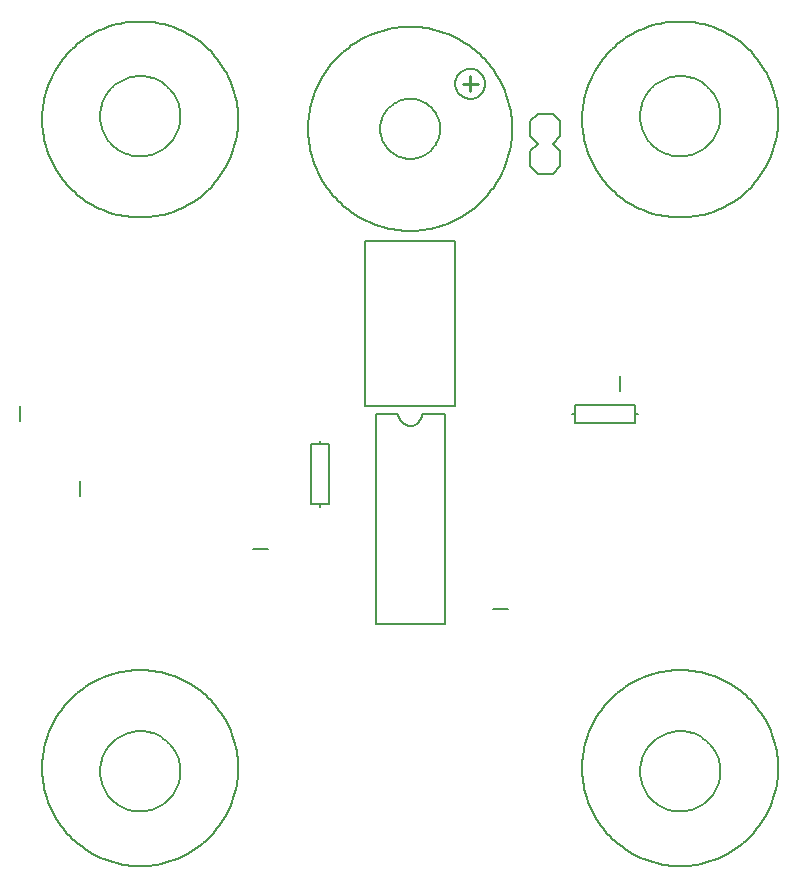
<source format=gto>
G75*
%MOIN*%
%OFA0B0*%
%FSLAX24Y24*%
%IPPOS*%
%LPD*%
%AMOC8*
5,1,8,0,0,1.08239X$1,22.5*
%
%ADD10C,0.0060*%
%ADD11C,0.0080*%
%ADD12C,0.0050*%
%ADD13C,0.0100*%
D10*
X014200Y012000D02*
X016500Y012000D01*
X016500Y019000D01*
X015750Y019000D01*
X015748Y018961D01*
X015742Y018922D01*
X015733Y018884D01*
X015720Y018847D01*
X015703Y018811D01*
X015683Y018778D01*
X015659Y018746D01*
X015633Y018717D01*
X015604Y018691D01*
X015572Y018667D01*
X015539Y018647D01*
X015503Y018630D01*
X015466Y018617D01*
X015428Y018608D01*
X015389Y018602D01*
X015350Y018600D01*
X015311Y018602D01*
X015272Y018608D01*
X015234Y018617D01*
X015197Y018630D01*
X015161Y018647D01*
X015128Y018667D01*
X015096Y018691D01*
X015067Y018717D01*
X015041Y018746D01*
X015017Y018778D01*
X014997Y018811D01*
X014980Y018847D01*
X014967Y018884D01*
X014958Y018922D01*
X014952Y018961D01*
X014950Y019000D01*
X014200Y019000D01*
X014200Y012000D01*
X014350Y028500D02*
X014352Y028563D01*
X014358Y028625D01*
X014368Y028687D01*
X014381Y028749D01*
X014399Y028809D01*
X014420Y028868D01*
X014445Y028926D01*
X014474Y028982D01*
X014506Y029036D01*
X014541Y029088D01*
X014579Y029137D01*
X014621Y029185D01*
X014665Y029229D01*
X014713Y029271D01*
X014762Y029309D01*
X014814Y029344D01*
X014868Y029376D01*
X014924Y029405D01*
X014982Y029430D01*
X015041Y029451D01*
X015101Y029469D01*
X015163Y029482D01*
X015225Y029492D01*
X015287Y029498D01*
X015350Y029500D01*
X015413Y029498D01*
X015475Y029492D01*
X015537Y029482D01*
X015599Y029469D01*
X015659Y029451D01*
X015718Y029430D01*
X015776Y029405D01*
X015832Y029376D01*
X015886Y029344D01*
X015938Y029309D01*
X015987Y029271D01*
X016035Y029229D01*
X016079Y029185D01*
X016121Y029137D01*
X016159Y029088D01*
X016194Y029036D01*
X016226Y028982D01*
X016255Y028926D01*
X016280Y028868D01*
X016301Y028809D01*
X016319Y028749D01*
X016332Y028687D01*
X016342Y028625D01*
X016348Y028563D01*
X016350Y028500D01*
X016348Y028437D01*
X016342Y028375D01*
X016332Y028313D01*
X016319Y028251D01*
X016301Y028191D01*
X016280Y028132D01*
X016255Y028074D01*
X016226Y028018D01*
X016194Y027964D01*
X016159Y027912D01*
X016121Y027863D01*
X016079Y027815D01*
X016035Y027771D01*
X015987Y027729D01*
X015938Y027691D01*
X015886Y027656D01*
X015832Y027624D01*
X015776Y027595D01*
X015718Y027570D01*
X015659Y027549D01*
X015599Y027531D01*
X015537Y027518D01*
X015475Y027508D01*
X015413Y027502D01*
X015350Y027500D01*
X015287Y027502D01*
X015225Y027508D01*
X015163Y027518D01*
X015101Y027531D01*
X015041Y027549D01*
X014982Y027570D01*
X014924Y027595D01*
X014868Y027624D01*
X014814Y027656D01*
X014762Y027691D01*
X014713Y027729D01*
X014665Y027771D01*
X014621Y027815D01*
X014579Y027863D01*
X014541Y027912D01*
X014506Y027964D01*
X014474Y028018D01*
X014445Y028074D01*
X014420Y028132D01*
X014399Y028191D01*
X014381Y028251D01*
X014368Y028313D01*
X014358Y028375D01*
X014352Y028437D01*
X014350Y028500D01*
X016850Y030000D02*
X016852Y030044D01*
X016858Y030088D01*
X016868Y030131D01*
X016881Y030173D01*
X016898Y030214D01*
X016919Y030253D01*
X016943Y030290D01*
X016970Y030325D01*
X017000Y030357D01*
X017033Y030387D01*
X017069Y030413D01*
X017106Y030437D01*
X017146Y030456D01*
X017187Y030473D01*
X017230Y030485D01*
X017273Y030494D01*
X017317Y030499D01*
X017361Y030500D01*
X017405Y030497D01*
X017449Y030490D01*
X017492Y030479D01*
X017534Y030465D01*
X017574Y030447D01*
X017613Y030425D01*
X017649Y030401D01*
X017683Y030373D01*
X017715Y030342D01*
X017744Y030308D01*
X017770Y030272D01*
X017792Y030234D01*
X017811Y030194D01*
X017826Y030152D01*
X017838Y030110D01*
X017846Y030066D01*
X017850Y030022D01*
X017850Y029978D01*
X017846Y029934D01*
X017838Y029890D01*
X017826Y029848D01*
X017811Y029806D01*
X017792Y029766D01*
X017770Y029728D01*
X017744Y029692D01*
X017715Y029658D01*
X017683Y029627D01*
X017649Y029599D01*
X017613Y029575D01*
X017574Y029553D01*
X017534Y029535D01*
X017492Y029521D01*
X017449Y029510D01*
X017405Y029503D01*
X017361Y029500D01*
X017317Y029501D01*
X017273Y029506D01*
X017230Y029515D01*
X017187Y029527D01*
X017146Y029544D01*
X017106Y029563D01*
X017069Y029587D01*
X017033Y029613D01*
X017000Y029643D01*
X016970Y029675D01*
X016943Y029710D01*
X016919Y029747D01*
X016898Y029786D01*
X016881Y029827D01*
X016868Y029869D01*
X016858Y029912D01*
X016852Y029956D01*
X016850Y030000D01*
D11*
X019350Y028750D02*
X019350Y028250D01*
X019600Y028000D01*
X019350Y027750D01*
X019350Y027250D01*
X019600Y027000D01*
X020100Y027000D01*
X020350Y027250D01*
X020350Y027750D01*
X020100Y028000D01*
X020350Y028250D01*
X020350Y028750D01*
X020100Y029000D01*
X019600Y029000D01*
X019350Y028750D01*
X016850Y024750D02*
X016850Y019250D01*
X013850Y019250D01*
X013850Y024750D01*
X016850Y024750D01*
X020850Y019300D02*
X022850Y019300D01*
X022850Y019000D01*
X022950Y019000D01*
X022850Y019000D02*
X022850Y018700D01*
X020850Y018700D01*
X020850Y019000D01*
X020750Y019000D01*
X020850Y019000D02*
X020850Y019300D01*
X022350Y019750D02*
X022350Y020250D01*
X018600Y012500D02*
X018100Y012500D01*
X012650Y016000D02*
X012350Y016000D01*
X012350Y015900D01*
X012350Y016000D02*
X012050Y016000D01*
X012050Y018000D01*
X012350Y018000D01*
X012350Y018100D01*
X012350Y018000D02*
X012650Y018000D01*
X012650Y016000D01*
X010600Y014500D02*
X010100Y014500D01*
X004350Y016250D02*
X004350Y016750D01*
X002350Y018750D02*
X002350Y019250D01*
D12*
X005011Y007083D02*
X005013Y007156D01*
X005019Y007229D01*
X005029Y007301D01*
X005043Y007373D01*
X005061Y007444D01*
X005082Y007514D01*
X005108Y007583D01*
X005137Y007650D01*
X005170Y007715D01*
X005206Y007779D01*
X005246Y007840D01*
X005289Y007899D01*
X005335Y007956D01*
X005384Y008010D01*
X005436Y008062D01*
X005491Y008110D01*
X005548Y008155D01*
X005608Y008198D01*
X005670Y008236D01*
X005734Y008272D01*
X005800Y008304D01*
X005867Y008332D01*
X005936Y008356D01*
X006006Y008377D01*
X006078Y008394D01*
X006150Y008407D01*
X006222Y008416D01*
X006295Y008421D01*
X006368Y008422D01*
X006441Y008419D01*
X006514Y008412D01*
X006587Y008401D01*
X006658Y008386D01*
X006729Y008367D01*
X006798Y008345D01*
X006867Y008318D01*
X006933Y008288D01*
X006998Y008255D01*
X007061Y008217D01*
X007122Y008177D01*
X007181Y008133D01*
X007237Y008086D01*
X007290Y008036D01*
X007341Y007983D01*
X007389Y007928D01*
X007433Y007870D01*
X007475Y007810D01*
X007513Y007747D01*
X007547Y007683D01*
X007578Y007616D01*
X007605Y007549D01*
X007629Y007479D01*
X007649Y007409D01*
X007665Y007337D01*
X007677Y007265D01*
X007685Y007193D01*
X007689Y007120D01*
X007689Y007046D01*
X007685Y006973D01*
X007677Y006901D01*
X007665Y006829D01*
X007649Y006757D01*
X007629Y006687D01*
X007605Y006617D01*
X007578Y006550D01*
X007547Y006483D01*
X007513Y006419D01*
X007475Y006356D01*
X007433Y006296D01*
X007389Y006238D01*
X007341Y006183D01*
X007290Y006130D01*
X007237Y006080D01*
X007181Y006033D01*
X007122Y005989D01*
X007061Y005949D01*
X006998Y005911D01*
X006933Y005878D01*
X006867Y005848D01*
X006798Y005821D01*
X006729Y005799D01*
X006658Y005780D01*
X006587Y005765D01*
X006514Y005754D01*
X006441Y005747D01*
X006368Y005744D01*
X006295Y005745D01*
X006222Y005750D01*
X006150Y005759D01*
X006078Y005772D01*
X006006Y005789D01*
X005936Y005810D01*
X005867Y005834D01*
X005800Y005862D01*
X005734Y005894D01*
X005670Y005930D01*
X005608Y005968D01*
X005548Y006011D01*
X005491Y006056D01*
X005436Y006104D01*
X005384Y006156D01*
X005335Y006210D01*
X005289Y006267D01*
X005246Y006326D01*
X005206Y006387D01*
X005170Y006451D01*
X005137Y006516D01*
X005108Y006583D01*
X005082Y006652D01*
X005061Y006722D01*
X005043Y006793D01*
X005029Y006865D01*
X005019Y006937D01*
X005013Y007010D01*
X005011Y007083D01*
X003085Y007189D02*
X003087Y007303D01*
X003093Y007417D01*
X003103Y007530D01*
X003117Y007643D01*
X003135Y007756D01*
X003156Y007868D01*
X003182Y007979D01*
X003211Y008089D01*
X003245Y008198D01*
X003282Y008306D01*
X003323Y008412D01*
X003367Y008517D01*
X003415Y008620D01*
X003467Y008722D01*
X003522Y008821D01*
X003581Y008919D01*
X003643Y009015D01*
X003709Y009108D01*
X003777Y009199D01*
X003849Y009288D01*
X003924Y009374D01*
X004001Y009457D01*
X004082Y009538D01*
X004165Y009615D01*
X004251Y009690D01*
X004340Y009762D01*
X004431Y009830D01*
X004524Y009896D01*
X004620Y009958D01*
X004717Y010017D01*
X004817Y010072D01*
X004919Y010124D01*
X005022Y010172D01*
X005127Y010216D01*
X005233Y010257D01*
X005341Y010294D01*
X005450Y010328D01*
X005560Y010357D01*
X005671Y010383D01*
X005783Y010404D01*
X005896Y010422D01*
X006009Y010436D01*
X006122Y010446D01*
X006236Y010452D01*
X006350Y010454D01*
X006464Y010452D01*
X006578Y010446D01*
X006691Y010436D01*
X006804Y010422D01*
X006917Y010404D01*
X007029Y010383D01*
X007140Y010357D01*
X007250Y010328D01*
X007359Y010294D01*
X007467Y010257D01*
X007573Y010216D01*
X007678Y010172D01*
X007781Y010124D01*
X007883Y010072D01*
X007982Y010017D01*
X008080Y009958D01*
X008176Y009896D01*
X008269Y009830D01*
X008360Y009762D01*
X008449Y009690D01*
X008535Y009615D01*
X008618Y009538D01*
X008699Y009457D01*
X008776Y009374D01*
X008851Y009288D01*
X008923Y009199D01*
X008991Y009108D01*
X009057Y009015D01*
X009119Y008919D01*
X009178Y008821D01*
X009233Y008722D01*
X009285Y008620D01*
X009333Y008517D01*
X009377Y008412D01*
X009418Y008306D01*
X009455Y008198D01*
X009489Y008089D01*
X009518Y007979D01*
X009544Y007868D01*
X009565Y007756D01*
X009583Y007643D01*
X009597Y007530D01*
X009607Y007417D01*
X009613Y007303D01*
X009615Y007189D01*
X009613Y007075D01*
X009607Y006961D01*
X009597Y006848D01*
X009583Y006735D01*
X009565Y006622D01*
X009544Y006510D01*
X009518Y006399D01*
X009489Y006289D01*
X009455Y006180D01*
X009418Y006072D01*
X009377Y005966D01*
X009333Y005861D01*
X009285Y005758D01*
X009233Y005656D01*
X009178Y005556D01*
X009119Y005459D01*
X009057Y005363D01*
X008991Y005270D01*
X008923Y005179D01*
X008851Y005090D01*
X008776Y005004D01*
X008699Y004921D01*
X008618Y004840D01*
X008535Y004763D01*
X008449Y004688D01*
X008360Y004616D01*
X008269Y004548D01*
X008176Y004482D01*
X008080Y004420D01*
X007983Y004361D01*
X007883Y004306D01*
X007781Y004254D01*
X007678Y004206D01*
X007573Y004162D01*
X007467Y004121D01*
X007359Y004084D01*
X007250Y004050D01*
X007140Y004021D01*
X007029Y003995D01*
X006917Y003974D01*
X006804Y003956D01*
X006691Y003942D01*
X006578Y003932D01*
X006464Y003926D01*
X006350Y003924D01*
X006236Y003926D01*
X006122Y003932D01*
X006009Y003942D01*
X005896Y003956D01*
X005783Y003974D01*
X005671Y003995D01*
X005560Y004021D01*
X005450Y004050D01*
X005341Y004084D01*
X005233Y004121D01*
X005127Y004162D01*
X005022Y004206D01*
X004919Y004254D01*
X004817Y004306D01*
X004717Y004361D01*
X004620Y004420D01*
X004524Y004482D01*
X004431Y004548D01*
X004340Y004616D01*
X004251Y004688D01*
X004165Y004763D01*
X004082Y004840D01*
X004001Y004921D01*
X003924Y005004D01*
X003849Y005090D01*
X003777Y005179D01*
X003709Y005270D01*
X003643Y005363D01*
X003581Y005459D01*
X003522Y005556D01*
X003467Y005656D01*
X003415Y005758D01*
X003367Y005861D01*
X003323Y005966D01*
X003282Y006072D01*
X003245Y006180D01*
X003211Y006289D01*
X003182Y006399D01*
X003156Y006510D01*
X003135Y006622D01*
X003117Y006735D01*
X003103Y006848D01*
X003093Y006961D01*
X003087Y007075D01*
X003085Y007189D01*
X021085Y007189D02*
X021087Y007303D01*
X021093Y007417D01*
X021103Y007530D01*
X021117Y007643D01*
X021135Y007756D01*
X021156Y007868D01*
X021182Y007979D01*
X021211Y008089D01*
X021245Y008198D01*
X021282Y008306D01*
X021323Y008412D01*
X021367Y008517D01*
X021415Y008620D01*
X021467Y008722D01*
X021522Y008821D01*
X021581Y008919D01*
X021643Y009015D01*
X021709Y009108D01*
X021777Y009199D01*
X021849Y009288D01*
X021924Y009374D01*
X022001Y009457D01*
X022082Y009538D01*
X022165Y009615D01*
X022251Y009690D01*
X022340Y009762D01*
X022431Y009830D01*
X022524Y009896D01*
X022620Y009958D01*
X022717Y010017D01*
X022817Y010072D01*
X022919Y010124D01*
X023022Y010172D01*
X023127Y010216D01*
X023233Y010257D01*
X023341Y010294D01*
X023450Y010328D01*
X023560Y010357D01*
X023671Y010383D01*
X023783Y010404D01*
X023896Y010422D01*
X024009Y010436D01*
X024122Y010446D01*
X024236Y010452D01*
X024350Y010454D01*
X024464Y010452D01*
X024578Y010446D01*
X024691Y010436D01*
X024804Y010422D01*
X024917Y010404D01*
X025029Y010383D01*
X025140Y010357D01*
X025250Y010328D01*
X025359Y010294D01*
X025467Y010257D01*
X025573Y010216D01*
X025678Y010172D01*
X025781Y010124D01*
X025883Y010072D01*
X025982Y010017D01*
X026080Y009958D01*
X026176Y009896D01*
X026269Y009830D01*
X026360Y009762D01*
X026449Y009690D01*
X026535Y009615D01*
X026618Y009538D01*
X026699Y009457D01*
X026776Y009374D01*
X026851Y009288D01*
X026923Y009199D01*
X026991Y009108D01*
X027057Y009015D01*
X027119Y008919D01*
X027178Y008821D01*
X027233Y008722D01*
X027285Y008620D01*
X027333Y008517D01*
X027377Y008412D01*
X027418Y008306D01*
X027455Y008198D01*
X027489Y008089D01*
X027518Y007979D01*
X027544Y007868D01*
X027565Y007756D01*
X027583Y007643D01*
X027597Y007530D01*
X027607Y007417D01*
X027613Y007303D01*
X027615Y007189D01*
X027613Y007075D01*
X027607Y006961D01*
X027597Y006848D01*
X027583Y006735D01*
X027565Y006622D01*
X027544Y006510D01*
X027518Y006399D01*
X027489Y006289D01*
X027455Y006180D01*
X027418Y006072D01*
X027377Y005966D01*
X027333Y005861D01*
X027285Y005758D01*
X027233Y005656D01*
X027178Y005556D01*
X027119Y005459D01*
X027057Y005363D01*
X026991Y005270D01*
X026923Y005179D01*
X026851Y005090D01*
X026776Y005004D01*
X026699Y004921D01*
X026618Y004840D01*
X026535Y004763D01*
X026449Y004688D01*
X026360Y004616D01*
X026269Y004548D01*
X026176Y004482D01*
X026080Y004420D01*
X025983Y004361D01*
X025883Y004306D01*
X025781Y004254D01*
X025678Y004206D01*
X025573Y004162D01*
X025467Y004121D01*
X025359Y004084D01*
X025250Y004050D01*
X025140Y004021D01*
X025029Y003995D01*
X024917Y003974D01*
X024804Y003956D01*
X024691Y003942D01*
X024578Y003932D01*
X024464Y003926D01*
X024350Y003924D01*
X024236Y003926D01*
X024122Y003932D01*
X024009Y003942D01*
X023896Y003956D01*
X023783Y003974D01*
X023671Y003995D01*
X023560Y004021D01*
X023450Y004050D01*
X023341Y004084D01*
X023233Y004121D01*
X023127Y004162D01*
X023022Y004206D01*
X022919Y004254D01*
X022817Y004306D01*
X022717Y004361D01*
X022620Y004420D01*
X022524Y004482D01*
X022431Y004548D01*
X022340Y004616D01*
X022251Y004688D01*
X022165Y004763D01*
X022082Y004840D01*
X022001Y004921D01*
X021924Y005004D01*
X021849Y005090D01*
X021777Y005179D01*
X021709Y005270D01*
X021643Y005363D01*
X021581Y005459D01*
X021522Y005556D01*
X021467Y005656D01*
X021415Y005758D01*
X021367Y005861D01*
X021323Y005966D01*
X021282Y006072D01*
X021245Y006180D01*
X021211Y006289D01*
X021182Y006399D01*
X021156Y006510D01*
X021135Y006622D01*
X021117Y006735D01*
X021103Y006848D01*
X021093Y006961D01*
X021087Y007075D01*
X021085Y007189D01*
X023011Y007083D02*
X023013Y007156D01*
X023019Y007229D01*
X023029Y007301D01*
X023043Y007373D01*
X023061Y007444D01*
X023082Y007514D01*
X023108Y007583D01*
X023137Y007650D01*
X023170Y007715D01*
X023206Y007779D01*
X023246Y007840D01*
X023289Y007899D01*
X023335Y007956D01*
X023384Y008010D01*
X023436Y008062D01*
X023491Y008110D01*
X023548Y008155D01*
X023608Y008198D01*
X023670Y008236D01*
X023734Y008272D01*
X023800Y008304D01*
X023867Y008332D01*
X023936Y008356D01*
X024006Y008377D01*
X024078Y008394D01*
X024150Y008407D01*
X024222Y008416D01*
X024295Y008421D01*
X024368Y008422D01*
X024441Y008419D01*
X024514Y008412D01*
X024587Y008401D01*
X024658Y008386D01*
X024729Y008367D01*
X024798Y008345D01*
X024867Y008318D01*
X024933Y008288D01*
X024998Y008255D01*
X025061Y008217D01*
X025122Y008177D01*
X025181Y008133D01*
X025237Y008086D01*
X025290Y008036D01*
X025341Y007983D01*
X025389Y007928D01*
X025433Y007870D01*
X025475Y007810D01*
X025513Y007747D01*
X025547Y007683D01*
X025578Y007616D01*
X025605Y007549D01*
X025629Y007479D01*
X025649Y007409D01*
X025665Y007337D01*
X025677Y007265D01*
X025685Y007193D01*
X025689Y007120D01*
X025689Y007046D01*
X025685Y006973D01*
X025677Y006901D01*
X025665Y006829D01*
X025649Y006757D01*
X025629Y006687D01*
X025605Y006617D01*
X025578Y006550D01*
X025547Y006483D01*
X025513Y006419D01*
X025475Y006356D01*
X025433Y006296D01*
X025389Y006238D01*
X025341Y006183D01*
X025290Y006130D01*
X025237Y006080D01*
X025181Y006033D01*
X025122Y005989D01*
X025061Y005949D01*
X024998Y005911D01*
X024933Y005878D01*
X024867Y005848D01*
X024798Y005821D01*
X024729Y005799D01*
X024658Y005780D01*
X024587Y005765D01*
X024514Y005754D01*
X024441Y005747D01*
X024368Y005744D01*
X024295Y005745D01*
X024222Y005750D01*
X024150Y005759D01*
X024078Y005772D01*
X024006Y005789D01*
X023936Y005810D01*
X023867Y005834D01*
X023800Y005862D01*
X023734Y005894D01*
X023670Y005930D01*
X023608Y005968D01*
X023548Y006011D01*
X023491Y006056D01*
X023436Y006104D01*
X023384Y006156D01*
X023335Y006210D01*
X023289Y006267D01*
X023246Y006326D01*
X023206Y006387D01*
X023170Y006451D01*
X023137Y006516D01*
X023108Y006583D01*
X023082Y006652D01*
X023061Y006722D01*
X023043Y006793D01*
X023029Y006865D01*
X023019Y006937D01*
X023013Y007010D01*
X023011Y007083D01*
X011950Y028500D02*
X011952Y028616D01*
X011958Y028732D01*
X011968Y028848D01*
X011982Y028963D01*
X011999Y029078D01*
X012021Y029192D01*
X012047Y029305D01*
X012076Y029417D01*
X012109Y029529D01*
X012146Y029639D01*
X012187Y029747D01*
X012231Y029855D01*
X012280Y029960D01*
X012331Y030064D01*
X012386Y030166D01*
X012445Y030267D01*
X012507Y030365D01*
X012572Y030461D01*
X012641Y030554D01*
X012713Y030646D01*
X012787Y030734D01*
X012865Y030821D01*
X012946Y030904D01*
X013029Y030985D01*
X013116Y031063D01*
X013204Y031137D01*
X013296Y031209D01*
X013389Y031278D01*
X013485Y031343D01*
X013583Y031405D01*
X013684Y031464D01*
X013786Y031519D01*
X013890Y031570D01*
X013995Y031619D01*
X014103Y031663D01*
X014211Y031704D01*
X014321Y031741D01*
X014433Y031774D01*
X014545Y031803D01*
X014658Y031829D01*
X014772Y031851D01*
X014887Y031868D01*
X015002Y031882D01*
X015118Y031892D01*
X015234Y031898D01*
X015350Y031900D01*
X015466Y031898D01*
X015582Y031892D01*
X015698Y031882D01*
X015813Y031868D01*
X015928Y031851D01*
X016042Y031829D01*
X016155Y031803D01*
X016267Y031774D01*
X016379Y031741D01*
X016489Y031704D01*
X016597Y031663D01*
X016705Y031619D01*
X016810Y031570D01*
X016914Y031519D01*
X017016Y031464D01*
X017117Y031405D01*
X017215Y031343D01*
X017311Y031278D01*
X017404Y031209D01*
X017496Y031137D01*
X017584Y031063D01*
X017671Y030985D01*
X017754Y030904D01*
X017835Y030821D01*
X017913Y030734D01*
X017987Y030646D01*
X018059Y030554D01*
X018128Y030461D01*
X018193Y030365D01*
X018255Y030267D01*
X018314Y030166D01*
X018369Y030064D01*
X018420Y029960D01*
X018469Y029855D01*
X018513Y029747D01*
X018554Y029639D01*
X018591Y029529D01*
X018624Y029417D01*
X018653Y029305D01*
X018679Y029192D01*
X018701Y029078D01*
X018718Y028963D01*
X018732Y028848D01*
X018742Y028732D01*
X018748Y028616D01*
X018750Y028500D01*
X018748Y028384D01*
X018742Y028268D01*
X018732Y028152D01*
X018718Y028037D01*
X018701Y027922D01*
X018679Y027808D01*
X018653Y027695D01*
X018624Y027583D01*
X018591Y027471D01*
X018554Y027361D01*
X018513Y027253D01*
X018469Y027145D01*
X018420Y027040D01*
X018369Y026936D01*
X018314Y026834D01*
X018255Y026733D01*
X018193Y026635D01*
X018128Y026539D01*
X018059Y026446D01*
X017987Y026354D01*
X017913Y026266D01*
X017835Y026179D01*
X017754Y026096D01*
X017671Y026015D01*
X017584Y025937D01*
X017496Y025863D01*
X017404Y025791D01*
X017311Y025722D01*
X017215Y025657D01*
X017117Y025595D01*
X017016Y025536D01*
X016914Y025481D01*
X016810Y025430D01*
X016705Y025381D01*
X016597Y025337D01*
X016489Y025296D01*
X016379Y025259D01*
X016267Y025226D01*
X016155Y025197D01*
X016042Y025171D01*
X015928Y025149D01*
X015813Y025132D01*
X015698Y025118D01*
X015582Y025108D01*
X015466Y025102D01*
X015350Y025100D01*
X015234Y025102D01*
X015118Y025108D01*
X015002Y025118D01*
X014887Y025132D01*
X014772Y025149D01*
X014658Y025171D01*
X014545Y025197D01*
X014433Y025226D01*
X014321Y025259D01*
X014211Y025296D01*
X014103Y025337D01*
X013995Y025381D01*
X013890Y025430D01*
X013786Y025481D01*
X013684Y025536D01*
X013583Y025595D01*
X013485Y025657D01*
X013389Y025722D01*
X013296Y025791D01*
X013204Y025863D01*
X013116Y025937D01*
X013029Y026015D01*
X012946Y026096D01*
X012865Y026179D01*
X012787Y026266D01*
X012713Y026354D01*
X012641Y026446D01*
X012572Y026539D01*
X012507Y026635D01*
X012445Y026733D01*
X012386Y026834D01*
X012331Y026936D01*
X012280Y027040D01*
X012231Y027145D01*
X012187Y027253D01*
X012146Y027361D01*
X012109Y027471D01*
X012076Y027583D01*
X012047Y027695D01*
X012021Y027808D01*
X011999Y027922D01*
X011982Y028037D01*
X011968Y028152D01*
X011958Y028268D01*
X011952Y028384D01*
X011950Y028500D01*
X003085Y028811D02*
X003087Y028925D01*
X003093Y029039D01*
X003103Y029152D01*
X003117Y029265D01*
X003135Y029378D01*
X003156Y029490D01*
X003182Y029601D01*
X003211Y029711D01*
X003245Y029820D01*
X003282Y029928D01*
X003323Y030034D01*
X003367Y030139D01*
X003415Y030242D01*
X003467Y030344D01*
X003522Y030443D01*
X003581Y030541D01*
X003643Y030637D01*
X003709Y030730D01*
X003777Y030821D01*
X003849Y030910D01*
X003924Y030996D01*
X004001Y031079D01*
X004082Y031160D01*
X004165Y031237D01*
X004251Y031312D01*
X004340Y031384D01*
X004431Y031452D01*
X004524Y031518D01*
X004620Y031580D01*
X004717Y031639D01*
X004817Y031694D01*
X004919Y031746D01*
X005022Y031794D01*
X005127Y031838D01*
X005233Y031879D01*
X005341Y031916D01*
X005450Y031950D01*
X005560Y031979D01*
X005671Y032005D01*
X005783Y032026D01*
X005896Y032044D01*
X006009Y032058D01*
X006122Y032068D01*
X006236Y032074D01*
X006350Y032076D01*
X006464Y032074D01*
X006578Y032068D01*
X006691Y032058D01*
X006804Y032044D01*
X006917Y032026D01*
X007029Y032005D01*
X007140Y031979D01*
X007250Y031950D01*
X007359Y031916D01*
X007467Y031879D01*
X007573Y031838D01*
X007678Y031794D01*
X007781Y031746D01*
X007883Y031694D01*
X007982Y031639D01*
X008080Y031580D01*
X008176Y031518D01*
X008269Y031452D01*
X008360Y031384D01*
X008449Y031312D01*
X008535Y031237D01*
X008618Y031160D01*
X008699Y031079D01*
X008776Y030996D01*
X008851Y030910D01*
X008923Y030821D01*
X008991Y030730D01*
X009057Y030637D01*
X009119Y030541D01*
X009178Y030443D01*
X009233Y030344D01*
X009285Y030242D01*
X009333Y030139D01*
X009377Y030034D01*
X009418Y029928D01*
X009455Y029820D01*
X009489Y029711D01*
X009518Y029601D01*
X009544Y029490D01*
X009565Y029378D01*
X009583Y029265D01*
X009597Y029152D01*
X009607Y029039D01*
X009613Y028925D01*
X009615Y028811D01*
X009613Y028697D01*
X009607Y028583D01*
X009597Y028470D01*
X009583Y028357D01*
X009565Y028244D01*
X009544Y028132D01*
X009518Y028021D01*
X009489Y027911D01*
X009455Y027802D01*
X009418Y027694D01*
X009377Y027588D01*
X009333Y027483D01*
X009285Y027380D01*
X009233Y027278D01*
X009178Y027178D01*
X009119Y027081D01*
X009057Y026985D01*
X008991Y026892D01*
X008923Y026801D01*
X008851Y026712D01*
X008776Y026626D01*
X008699Y026543D01*
X008618Y026462D01*
X008535Y026385D01*
X008449Y026310D01*
X008360Y026238D01*
X008269Y026170D01*
X008176Y026104D01*
X008080Y026042D01*
X007983Y025983D01*
X007883Y025928D01*
X007781Y025876D01*
X007678Y025828D01*
X007573Y025784D01*
X007467Y025743D01*
X007359Y025706D01*
X007250Y025672D01*
X007140Y025643D01*
X007029Y025617D01*
X006917Y025596D01*
X006804Y025578D01*
X006691Y025564D01*
X006578Y025554D01*
X006464Y025548D01*
X006350Y025546D01*
X006236Y025548D01*
X006122Y025554D01*
X006009Y025564D01*
X005896Y025578D01*
X005783Y025596D01*
X005671Y025617D01*
X005560Y025643D01*
X005450Y025672D01*
X005341Y025706D01*
X005233Y025743D01*
X005127Y025784D01*
X005022Y025828D01*
X004919Y025876D01*
X004817Y025928D01*
X004717Y025983D01*
X004620Y026042D01*
X004524Y026104D01*
X004431Y026170D01*
X004340Y026238D01*
X004251Y026310D01*
X004165Y026385D01*
X004082Y026462D01*
X004001Y026543D01*
X003924Y026626D01*
X003849Y026712D01*
X003777Y026801D01*
X003709Y026892D01*
X003643Y026985D01*
X003581Y027081D01*
X003522Y027178D01*
X003467Y027278D01*
X003415Y027380D01*
X003367Y027483D01*
X003323Y027588D01*
X003282Y027694D01*
X003245Y027802D01*
X003211Y027911D01*
X003182Y028021D01*
X003156Y028132D01*
X003135Y028244D01*
X003117Y028357D01*
X003103Y028470D01*
X003093Y028583D01*
X003087Y028697D01*
X003085Y028811D01*
X005011Y028917D02*
X005013Y028990D01*
X005019Y029063D01*
X005029Y029135D01*
X005043Y029207D01*
X005061Y029278D01*
X005082Y029348D01*
X005108Y029417D01*
X005137Y029484D01*
X005170Y029549D01*
X005206Y029613D01*
X005246Y029674D01*
X005289Y029733D01*
X005335Y029790D01*
X005384Y029844D01*
X005436Y029896D01*
X005491Y029944D01*
X005548Y029989D01*
X005608Y030032D01*
X005670Y030070D01*
X005734Y030106D01*
X005800Y030138D01*
X005867Y030166D01*
X005936Y030190D01*
X006006Y030211D01*
X006078Y030228D01*
X006150Y030241D01*
X006222Y030250D01*
X006295Y030255D01*
X006368Y030256D01*
X006441Y030253D01*
X006514Y030246D01*
X006587Y030235D01*
X006658Y030220D01*
X006729Y030201D01*
X006798Y030179D01*
X006867Y030152D01*
X006933Y030122D01*
X006998Y030089D01*
X007061Y030051D01*
X007122Y030011D01*
X007181Y029967D01*
X007237Y029920D01*
X007290Y029870D01*
X007341Y029817D01*
X007389Y029762D01*
X007433Y029704D01*
X007475Y029644D01*
X007513Y029581D01*
X007547Y029517D01*
X007578Y029450D01*
X007605Y029383D01*
X007629Y029313D01*
X007649Y029243D01*
X007665Y029171D01*
X007677Y029099D01*
X007685Y029027D01*
X007689Y028954D01*
X007689Y028880D01*
X007685Y028807D01*
X007677Y028735D01*
X007665Y028663D01*
X007649Y028591D01*
X007629Y028521D01*
X007605Y028451D01*
X007578Y028384D01*
X007547Y028317D01*
X007513Y028253D01*
X007475Y028190D01*
X007433Y028130D01*
X007389Y028072D01*
X007341Y028017D01*
X007290Y027964D01*
X007237Y027914D01*
X007181Y027867D01*
X007122Y027823D01*
X007061Y027783D01*
X006998Y027745D01*
X006933Y027712D01*
X006867Y027682D01*
X006798Y027655D01*
X006729Y027633D01*
X006658Y027614D01*
X006587Y027599D01*
X006514Y027588D01*
X006441Y027581D01*
X006368Y027578D01*
X006295Y027579D01*
X006222Y027584D01*
X006150Y027593D01*
X006078Y027606D01*
X006006Y027623D01*
X005936Y027644D01*
X005867Y027668D01*
X005800Y027696D01*
X005734Y027728D01*
X005670Y027764D01*
X005608Y027802D01*
X005548Y027845D01*
X005491Y027890D01*
X005436Y027938D01*
X005384Y027990D01*
X005335Y028044D01*
X005289Y028101D01*
X005246Y028160D01*
X005206Y028221D01*
X005170Y028285D01*
X005137Y028350D01*
X005108Y028417D01*
X005082Y028486D01*
X005061Y028556D01*
X005043Y028627D01*
X005029Y028699D01*
X005019Y028771D01*
X005013Y028844D01*
X005011Y028917D01*
X023011Y028917D02*
X023013Y028990D01*
X023019Y029063D01*
X023029Y029135D01*
X023043Y029207D01*
X023061Y029278D01*
X023082Y029348D01*
X023108Y029417D01*
X023137Y029484D01*
X023170Y029549D01*
X023206Y029613D01*
X023246Y029674D01*
X023289Y029733D01*
X023335Y029790D01*
X023384Y029844D01*
X023436Y029896D01*
X023491Y029944D01*
X023548Y029989D01*
X023608Y030032D01*
X023670Y030070D01*
X023734Y030106D01*
X023800Y030138D01*
X023867Y030166D01*
X023936Y030190D01*
X024006Y030211D01*
X024078Y030228D01*
X024150Y030241D01*
X024222Y030250D01*
X024295Y030255D01*
X024368Y030256D01*
X024441Y030253D01*
X024514Y030246D01*
X024587Y030235D01*
X024658Y030220D01*
X024729Y030201D01*
X024798Y030179D01*
X024867Y030152D01*
X024933Y030122D01*
X024998Y030089D01*
X025061Y030051D01*
X025122Y030011D01*
X025181Y029967D01*
X025237Y029920D01*
X025290Y029870D01*
X025341Y029817D01*
X025389Y029762D01*
X025433Y029704D01*
X025475Y029644D01*
X025513Y029581D01*
X025547Y029517D01*
X025578Y029450D01*
X025605Y029383D01*
X025629Y029313D01*
X025649Y029243D01*
X025665Y029171D01*
X025677Y029099D01*
X025685Y029027D01*
X025689Y028954D01*
X025689Y028880D01*
X025685Y028807D01*
X025677Y028735D01*
X025665Y028663D01*
X025649Y028591D01*
X025629Y028521D01*
X025605Y028451D01*
X025578Y028384D01*
X025547Y028317D01*
X025513Y028253D01*
X025475Y028190D01*
X025433Y028130D01*
X025389Y028072D01*
X025341Y028017D01*
X025290Y027964D01*
X025237Y027914D01*
X025181Y027867D01*
X025122Y027823D01*
X025061Y027783D01*
X024998Y027745D01*
X024933Y027712D01*
X024867Y027682D01*
X024798Y027655D01*
X024729Y027633D01*
X024658Y027614D01*
X024587Y027599D01*
X024514Y027588D01*
X024441Y027581D01*
X024368Y027578D01*
X024295Y027579D01*
X024222Y027584D01*
X024150Y027593D01*
X024078Y027606D01*
X024006Y027623D01*
X023936Y027644D01*
X023867Y027668D01*
X023800Y027696D01*
X023734Y027728D01*
X023670Y027764D01*
X023608Y027802D01*
X023548Y027845D01*
X023491Y027890D01*
X023436Y027938D01*
X023384Y027990D01*
X023335Y028044D01*
X023289Y028101D01*
X023246Y028160D01*
X023206Y028221D01*
X023170Y028285D01*
X023137Y028350D01*
X023108Y028417D01*
X023082Y028486D01*
X023061Y028556D01*
X023043Y028627D01*
X023029Y028699D01*
X023019Y028771D01*
X023013Y028844D01*
X023011Y028917D01*
X021085Y028811D02*
X021087Y028925D01*
X021093Y029039D01*
X021103Y029152D01*
X021117Y029265D01*
X021135Y029378D01*
X021156Y029490D01*
X021182Y029601D01*
X021211Y029711D01*
X021245Y029820D01*
X021282Y029928D01*
X021323Y030034D01*
X021367Y030139D01*
X021415Y030242D01*
X021467Y030344D01*
X021522Y030443D01*
X021581Y030541D01*
X021643Y030637D01*
X021709Y030730D01*
X021777Y030821D01*
X021849Y030910D01*
X021924Y030996D01*
X022001Y031079D01*
X022082Y031160D01*
X022165Y031237D01*
X022251Y031312D01*
X022340Y031384D01*
X022431Y031452D01*
X022524Y031518D01*
X022620Y031580D01*
X022717Y031639D01*
X022817Y031694D01*
X022919Y031746D01*
X023022Y031794D01*
X023127Y031838D01*
X023233Y031879D01*
X023341Y031916D01*
X023450Y031950D01*
X023560Y031979D01*
X023671Y032005D01*
X023783Y032026D01*
X023896Y032044D01*
X024009Y032058D01*
X024122Y032068D01*
X024236Y032074D01*
X024350Y032076D01*
X024464Y032074D01*
X024578Y032068D01*
X024691Y032058D01*
X024804Y032044D01*
X024917Y032026D01*
X025029Y032005D01*
X025140Y031979D01*
X025250Y031950D01*
X025359Y031916D01*
X025467Y031879D01*
X025573Y031838D01*
X025678Y031794D01*
X025781Y031746D01*
X025883Y031694D01*
X025982Y031639D01*
X026080Y031580D01*
X026176Y031518D01*
X026269Y031452D01*
X026360Y031384D01*
X026449Y031312D01*
X026535Y031237D01*
X026618Y031160D01*
X026699Y031079D01*
X026776Y030996D01*
X026851Y030910D01*
X026923Y030821D01*
X026991Y030730D01*
X027057Y030637D01*
X027119Y030541D01*
X027178Y030443D01*
X027233Y030344D01*
X027285Y030242D01*
X027333Y030139D01*
X027377Y030034D01*
X027418Y029928D01*
X027455Y029820D01*
X027489Y029711D01*
X027518Y029601D01*
X027544Y029490D01*
X027565Y029378D01*
X027583Y029265D01*
X027597Y029152D01*
X027607Y029039D01*
X027613Y028925D01*
X027615Y028811D01*
X027613Y028697D01*
X027607Y028583D01*
X027597Y028470D01*
X027583Y028357D01*
X027565Y028244D01*
X027544Y028132D01*
X027518Y028021D01*
X027489Y027911D01*
X027455Y027802D01*
X027418Y027694D01*
X027377Y027588D01*
X027333Y027483D01*
X027285Y027380D01*
X027233Y027278D01*
X027178Y027178D01*
X027119Y027081D01*
X027057Y026985D01*
X026991Y026892D01*
X026923Y026801D01*
X026851Y026712D01*
X026776Y026626D01*
X026699Y026543D01*
X026618Y026462D01*
X026535Y026385D01*
X026449Y026310D01*
X026360Y026238D01*
X026269Y026170D01*
X026176Y026104D01*
X026080Y026042D01*
X025983Y025983D01*
X025883Y025928D01*
X025781Y025876D01*
X025678Y025828D01*
X025573Y025784D01*
X025467Y025743D01*
X025359Y025706D01*
X025250Y025672D01*
X025140Y025643D01*
X025029Y025617D01*
X024917Y025596D01*
X024804Y025578D01*
X024691Y025564D01*
X024578Y025554D01*
X024464Y025548D01*
X024350Y025546D01*
X024236Y025548D01*
X024122Y025554D01*
X024009Y025564D01*
X023896Y025578D01*
X023783Y025596D01*
X023671Y025617D01*
X023560Y025643D01*
X023450Y025672D01*
X023341Y025706D01*
X023233Y025743D01*
X023127Y025784D01*
X023022Y025828D01*
X022919Y025876D01*
X022817Y025928D01*
X022717Y025983D01*
X022620Y026042D01*
X022524Y026104D01*
X022431Y026170D01*
X022340Y026238D01*
X022251Y026310D01*
X022165Y026385D01*
X022082Y026462D01*
X022001Y026543D01*
X021924Y026626D01*
X021849Y026712D01*
X021777Y026801D01*
X021709Y026892D01*
X021643Y026985D01*
X021581Y027081D01*
X021522Y027178D01*
X021467Y027278D01*
X021415Y027380D01*
X021367Y027483D01*
X021323Y027588D01*
X021282Y027694D01*
X021245Y027802D01*
X021211Y027911D01*
X021182Y028021D01*
X021156Y028132D01*
X021135Y028244D01*
X021117Y028357D01*
X021103Y028470D01*
X021093Y028583D01*
X021087Y028697D01*
X021085Y028811D01*
D13*
X017600Y030000D02*
X017100Y030000D01*
X017350Y030250D02*
X017350Y029750D01*
M02*

</source>
